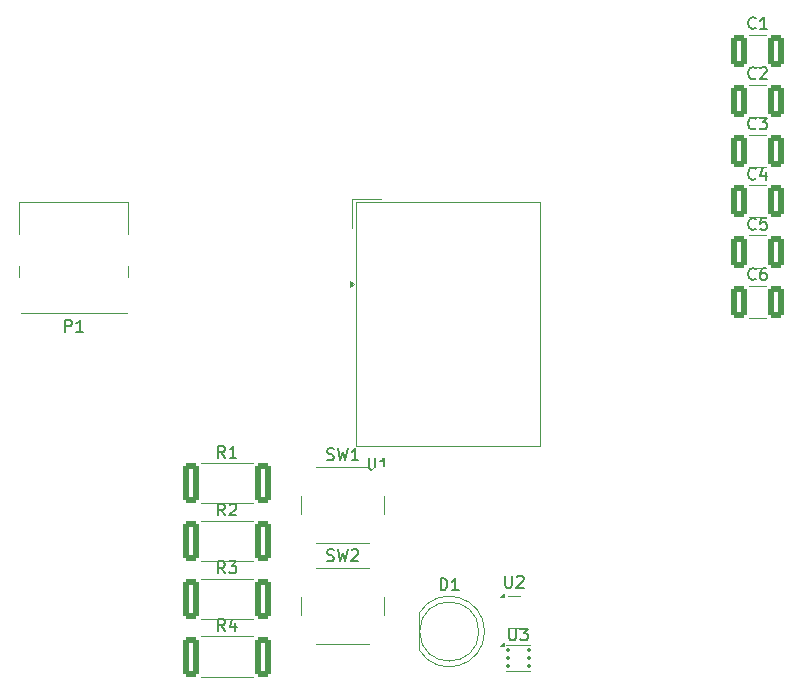
<source format=gbr>
%TF.GenerationSoftware,KiCad,Pcbnew,8.0.5*%
%TF.CreationDate,2024-12-06T12:41:15-05:00*%
%TF.ProjectId,user_interface,75736572-5f69-46e7-9465-72666163652e,rev?*%
%TF.SameCoordinates,Original*%
%TF.FileFunction,Legend,Top*%
%TF.FilePolarity,Positive*%
%FSLAX46Y46*%
G04 Gerber Fmt 4.6, Leading zero omitted, Abs format (unit mm)*
G04 Created by KiCad (PCBNEW 8.0.5) date 2024-12-06 12:41:15*
%MOMM*%
%LPD*%
G01*
G04 APERTURE LIST*
G04 Aperture macros list*
%AMRoundRect*
0 Rectangle with rounded corners*
0 $1 Rounding radius*
0 $2 $3 $4 $5 $6 $7 $8 $9 X,Y pos of 4 corners*
0 Add a 4 corners polygon primitive as box body*
4,1,4,$2,$3,$4,$5,$6,$7,$8,$9,$2,$3,0*
0 Add four circle primitives for the rounded corners*
1,1,$1+$1,$2,$3*
1,1,$1+$1,$4,$5*
1,1,$1+$1,$6,$7*
1,1,$1+$1,$8,$9*
0 Add four rect primitives between the rounded corners*
20,1,$1+$1,$2,$3,$4,$5,0*
20,1,$1+$1,$4,$5,$6,$7,0*
20,1,$1+$1,$6,$7,$8,$9,0*
20,1,$1+$1,$8,$9,$2,$3,0*%
%AMOutline5P*
0 Free polygon, 5 corners , with rotation*
0 The origin of the aperture is its center*
0 number of corners: always 5*
0 $1 to $10 corner X, Y*
0 $11 Rotation angle, in degrees counterclockwise*
0 create outline with 5 corners*
4,1,5,$1,$2,$3,$4,$5,$6,$7,$8,$9,$10,$1,$2,$11*%
%AMOutline6P*
0 Free polygon, 6 corners , with rotation*
0 The origin of the aperture is its center*
0 number of corners: always 6*
0 $1 to $12 corner X, Y*
0 $13 Rotation angle, in degrees counterclockwise*
0 create outline with 6 corners*
4,1,6,$1,$2,$3,$4,$5,$6,$7,$8,$9,$10,$11,$12,$1,$2,$13*%
%AMOutline7P*
0 Free polygon, 7 corners , with rotation*
0 The origin of the aperture is its center*
0 number of corners: always 7*
0 $1 to $14 corner X, Y*
0 $15 Rotation angle, in degrees counterclockwise*
0 create outline with 7 corners*
4,1,7,$1,$2,$3,$4,$5,$6,$7,$8,$9,$10,$11,$12,$13,$14,$1,$2,$15*%
%AMOutline8P*
0 Free polygon, 8 corners , with rotation*
0 The origin of the aperture is its center*
0 number of corners: always 8*
0 $1 to $16 corner X, Y*
0 $17 Rotation angle, in degrees counterclockwise*
0 create outline with 8 corners*
4,1,8,$1,$2,$3,$4,$5,$6,$7,$8,$9,$10,$11,$12,$13,$14,$15,$16,$1,$2,$17*%
G04 Aperture macros list end*
%ADD10C,0.150000*%
%ADD11C,0.120000*%
%ADD12RoundRect,0.093750X-0.093750X-0.106250X0.093750X-0.106250X0.093750X0.106250X-0.093750X0.106250X0*%
%ADD13R,1.000000X1.600000*%
%ADD14R,0.625000X0.250000*%
%ADD15R,0.700000X0.450000*%
%ADD16R,0.575000X0.450000*%
%ADD17R,0.800000X0.400000*%
%ADD18R,0.400000X0.800000*%
%ADD19Outline5P,-0.600000X0.204000X-0.204000X0.600000X0.600000X0.600000X0.600000X-0.600000X-0.600000X-0.600000X0.000000*%
%ADD20R,1.200000X1.200000*%
%ADD21R,0.800000X0.800000*%
%ADD22C,2.000000*%
%ADD23RoundRect,0.249999X-0.450001X-1.425001X0.450001X-1.425001X0.450001X1.425001X-0.450001X1.425001X0*%
%ADD24C,0.700000*%
%ADD25O,0.900000X2.400000*%
%ADD26O,0.900000X1.700000*%
%ADD27R,1.800000X1.800000*%
%ADD28C,1.800000*%
%ADD29RoundRect,0.250000X-0.412500X-1.100000X0.412500X-1.100000X0.412500X1.100000X-0.412500X1.100000X0*%
G04 APERTURE END LIST*
D10*
X150843095Y-91529819D02*
X150843095Y-92339342D01*
X150843095Y-92339342D02*
X150890714Y-92434580D01*
X150890714Y-92434580D02*
X150938333Y-92482200D01*
X150938333Y-92482200D02*
X151033571Y-92529819D01*
X151033571Y-92529819D02*
X151224047Y-92529819D01*
X151224047Y-92529819D02*
X151319285Y-92482200D01*
X151319285Y-92482200D02*
X151366904Y-92434580D01*
X151366904Y-92434580D02*
X151414523Y-92339342D01*
X151414523Y-92339342D02*
X151414523Y-91529819D01*
X151795476Y-91529819D02*
X152414523Y-91529819D01*
X152414523Y-91529819D02*
X152081190Y-91910771D01*
X152081190Y-91910771D02*
X152224047Y-91910771D01*
X152224047Y-91910771D02*
X152319285Y-91958390D01*
X152319285Y-91958390D02*
X152366904Y-92006009D01*
X152366904Y-92006009D02*
X152414523Y-92101247D01*
X152414523Y-92101247D02*
X152414523Y-92339342D01*
X152414523Y-92339342D02*
X152366904Y-92434580D01*
X152366904Y-92434580D02*
X152319285Y-92482200D01*
X152319285Y-92482200D02*
X152224047Y-92529819D01*
X152224047Y-92529819D02*
X151938333Y-92529819D01*
X151938333Y-92529819D02*
X151843095Y-92482200D01*
X151843095Y-92482200D02*
X151795476Y-92434580D01*
X150493095Y-87069819D02*
X150493095Y-87879342D01*
X150493095Y-87879342D02*
X150540714Y-87974580D01*
X150540714Y-87974580D02*
X150588333Y-88022200D01*
X150588333Y-88022200D02*
X150683571Y-88069819D01*
X150683571Y-88069819D02*
X150874047Y-88069819D01*
X150874047Y-88069819D02*
X150969285Y-88022200D01*
X150969285Y-88022200D02*
X151016904Y-87974580D01*
X151016904Y-87974580D02*
X151064523Y-87879342D01*
X151064523Y-87879342D02*
X151064523Y-87069819D01*
X151493095Y-87165057D02*
X151540714Y-87117438D01*
X151540714Y-87117438D02*
X151635952Y-87069819D01*
X151635952Y-87069819D02*
X151874047Y-87069819D01*
X151874047Y-87069819D02*
X151969285Y-87117438D01*
X151969285Y-87117438D02*
X152016904Y-87165057D01*
X152016904Y-87165057D02*
X152064523Y-87260295D01*
X152064523Y-87260295D02*
X152064523Y-87355533D01*
X152064523Y-87355533D02*
X152016904Y-87498390D01*
X152016904Y-87498390D02*
X151445476Y-88069819D01*
X151445476Y-88069819D02*
X152064523Y-88069819D01*
X138938095Y-77064819D02*
X138938095Y-77874342D01*
X138938095Y-77874342D02*
X138985714Y-77969580D01*
X138985714Y-77969580D02*
X139033333Y-78017200D01*
X139033333Y-78017200D02*
X139128571Y-78064819D01*
X139128571Y-78064819D02*
X139319047Y-78064819D01*
X139319047Y-78064819D02*
X139414285Y-78017200D01*
X139414285Y-78017200D02*
X139461904Y-77969580D01*
X139461904Y-77969580D02*
X139509523Y-77874342D01*
X139509523Y-77874342D02*
X139509523Y-77064819D01*
X140509523Y-78064819D02*
X139938095Y-78064819D01*
X140223809Y-78064819D02*
X140223809Y-77064819D01*
X140223809Y-77064819D02*
X140128571Y-77207676D01*
X140128571Y-77207676D02*
X140033333Y-77302914D01*
X140033333Y-77302914D02*
X139938095Y-77350533D01*
X135416667Y-85767200D02*
X135559524Y-85814819D01*
X135559524Y-85814819D02*
X135797619Y-85814819D01*
X135797619Y-85814819D02*
X135892857Y-85767200D01*
X135892857Y-85767200D02*
X135940476Y-85719580D01*
X135940476Y-85719580D02*
X135988095Y-85624342D01*
X135988095Y-85624342D02*
X135988095Y-85529104D01*
X135988095Y-85529104D02*
X135940476Y-85433866D01*
X135940476Y-85433866D02*
X135892857Y-85386247D01*
X135892857Y-85386247D02*
X135797619Y-85338628D01*
X135797619Y-85338628D02*
X135607143Y-85291009D01*
X135607143Y-85291009D02*
X135511905Y-85243390D01*
X135511905Y-85243390D02*
X135464286Y-85195771D01*
X135464286Y-85195771D02*
X135416667Y-85100533D01*
X135416667Y-85100533D02*
X135416667Y-85005295D01*
X135416667Y-85005295D02*
X135464286Y-84910057D01*
X135464286Y-84910057D02*
X135511905Y-84862438D01*
X135511905Y-84862438D02*
X135607143Y-84814819D01*
X135607143Y-84814819D02*
X135845238Y-84814819D01*
X135845238Y-84814819D02*
X135988095Y-84862438D01*
X136321429Y-84814819D02*
X136559524Y-85814819D01*
X136559524Y-85814819D02*
X136750000Y-85100533D01*
X136750000Y-85100533D02*
X136940476Y-85814819D01*
X136940476Y-85814819D02*
X137178572Y-84814819D01*
X137511905Y-84910057D02*
X137559524Y-84862438D01*
X137559524Y-84862438D02*
X137654762Y-84814819D01*
X137654762Y-84814819D02*
X137892857Y-84814819D01*
X137892857Y-84814819D02*
X137988095Y-84862438D01*
X137988095Y-84862438D02*
X138035714Y-84910057D01*
X138035714Y-84910057D02*
X138083333Y-85005295D01*
X138083333Y-85005295D02*
X138083333Y-85100533D01*
X138083333Y-85100533D02*
X138035714Y-85243390D01*
X138035714Y-85243390D02*
X137464286Y-85814819D01*
X137464286Y-85814819D02*
X138083333Y-85814819D01*
X135416667Y-77217200D02*
X135559524Y-77264819D01*
X135559524Y-77264819D02*
X135797619Y-77264819D01*
X135797619Y-77264819D02*
X135892857Y-77217200D01*
X135892857Y-77217200D02*
X135940476Y-77169580D01*
X135940476Y-77169580D02*
X135988095Y-77074342D01*
X135988095Y-77074342D02*
X135988095Y-76979104D01*
X135988095Y-76979104D02*
X135940476Y-76883866D01*
X135940476Y-76883866D02*
X135892857Y-76836247D01*
X135892857Y-76836247D02*
X135797619Y-76788628D01*
X135797619Y-76788628D02*
X135607143Y-76741009D01*
X135607143Y-76741009D02*
X135511905Y-76693390D01*
X135511905Y-76693390D02*
X135464286Y-76645771D01*
X135464286Y-76645771D02*
X135416667Y-76550533D01*
X135416667Y-76550533D02*
X135416667Y-76455295D01*
X135416667Y-76455295D02*
X135464286Y-76360057D01*
X135464286Y-76360057D02*
X135511905Y-76312438D01*
X135511905Y-76312438D02*
X135607143Y-76264819D01*
X135607143Y-76264819D02*
X135845238Y-76264819D01*
X135845238Y-76264819D02*
X135988095Y-76312438D01*
X136321429Y-76264819D02*
X136559524Y-77264819D01*
X136559524Y-77264819D02*
X136750000Y-76550533D01*
X136750000Y-76550533D02*
X136940476Y-77264819D01*
X136940476Y-77264819D02*
X137178572Y-76264819D01*
X138083333Y-77264819D02*
X137511905Y-77264819D01*
X137797619Y-77264819D02*
X137797619Y-76264819D01*
X137797619Y-76264819D02*
X137702381Y-76407676D01*
X137702381Y-76407676D02*
X137607143Y-76502914D01*
X137607143Y-76502914D02*
X137511905Y-76550533D01*
X126783333Y-91734819D02*
X126450000Y-91258628D01*
X126211905Y-91734819D02*
X126211905Y-90734819D01*
X126211905Y-90734819D02*
X126592857Y-90734819D01*
X126592857Y-90734819D02*
X126688095Y-90782438D01*
X126688095Y-90782438D02*
X126735714Y-90830057D01*
X126735714Y-90830057D02*
X126783333Y-90925295D01*
X126783333Y-90925295D02*
X126783333Y-91068152D01*
X126783333Y-91068152D02*
X126735714Y-91163390D01*
X126735714Y-91163390D02*
X126688095Y-91211009D01*
X126688095Y-91211009D02*
X126592857Y-91258628D01*
X126592857Y-91258628D02*
X126211905Y-91258628D01*
X127640476Y-91068152D02*
X127640476Y-91734819D01*
X127402381Y-90687200D02*
X127164286Y-91401485D01*
X127164286Y-91401485D02*
X127783333Y-91401485D01*
X126783333Y-86844819D02*
X126450000Y-86368628D01*
X126211905Y-86844819D02*
X126211905Y-85844819D01*
X126211905Y-85844819D02*
X126592857Y-85844819D01*
X126592857Y-85844819D02*
X126688095Y-85892438D01*
X126688095Y-85892438D02*
X126735714Y-85940057D01*
X126735714Y-85940057D02*
X126783333Y-86035295D01*
X126783333Y-86035295D02*
X126783333Y-86178152D01*
X126783333Y-86178152D02*
X126735714Y-86273390D01*
X126735714Y-86273390D02*
X126688095Y-86321009D01*
X126688095Y-86321009D02*
X126592857Y-86368628D01*
X126592857Y-86368628D02*
X126211905Y-86368628D01*
X127116667Y-85844819D02*
X127735714Y-85844819D01*
X127735714Y-85844819D02*
X127402381Y-86225771D01*
X127402381Y-86225771D02*
X127545238Y-86225771D01*
X127545238Y-86225771D02*
X127640476Y-86273390D01*
X127640476Y-86273390D02*
X127688095Y-86321009D01*
X127688095Y-86321009D02*
X127735714Y-86416247D01*
X127735714Y-86416247D02*
X127735714Y-86654342D01*
X127735714Y-86654342D02*
X127688095Y-86749580D01*
X127688095Y-86749580D02*
X127640476Y-86797200D01*
X127640476Y-86797200D02*
X127545238Y-86844819D01*
X127545238Y-86844819D02*
X127259524Y-86844819D01*
X127259524Y-86844819D02*
X127164286Y-86797200D01*
X127164286Y-86797200D02*
X127116667Y-86749580D01*
X126783333Y-81954819D02*
X126450000Y-81478628D01*
X126211905Y-81954819D02*
X126211905Y-80954819D01*
X126211905Y-80954819D02*
X126592857Y-80954819D01*
X126592857Y-80954819D02*
X126688095Y-81002438D01*
X126688095Y-81002438D02*
X126735714Y-81050057D01*
X126735714Y-81050057D02*
X126783333Y-81145295D01*
X126783333Y-81145295D02*
X126783333Y-81288152D01*
X126783333Y-81288152D02*
X126735714Y-81383390D01*
X126735714Y-81383390D02*
X126688095Y-81431009D01*
X126688095Y-81431009D02*
X126592857Y-81478628D01*
X126592857Y-81478628D02*
X126211905Y-81478628D01*
X127164286Y-81050057D02*
X127211905Y-81002438D01*
X127211905Y-81002438D02*
X127307143Y-80954819D01*
X127307143Y-80954819D02*
X127545238Y-80954819D01*
X127545238Y-80954819D02*
X127640476Y-81002438D01*
X127640476Y-81002438D02*
X127688095Y-81050057D01*
X127688095Y-81050057D02*
X127735714Y-81145295D01*
X127735714Y-81145295D02*
X127735714Y-81240533D01*
X127735714Y-81240533D02*
X127688095Y-81383390D01*
X127688095Y-81383390D02*
X127116667Y-81954819D01*
X127116667Y-81954819D02*
X127735714Y-81954819D01*
X126783333Y-77064819D02*
X126450000Y-76588628D01*
X126211905Y-77064819D02*
X126211905Y-76064819D01*
X126211905Y-76064819D02*
X126592857Y-76064819D01*
X126592857Y-76064819D02*
X126688095Y-76112438D01*
X126688095Y-76112438D02*
X126735714Y-76160057D01*
X126735714Y-76160057D02*
X126783333Y-76255295D01*
X126783333Y-76255295D02*
X126783333Y-76398152D01*
X126783333Y-76398152D02*
X126735714Y-76493390D01*
X126735714Y-76493390D02*
X126688095Y-76541009D01*
X126688095Y-76541009D02*
X126592857Y-76588628D01*
X126592857Y-76588628D02*
X126211905Y-76588628D01*
X127735714Y-77064819D02*
X127164286Y-77064819D01*
X127450000Y-77064819D02*
X127450000Y-76064819D01*
X127450000Y-76064819D02*
X127354762Y-76207676D01*
X127354762Y-76207676D02*
X127259524Y-76302914D01*
X127259524Y-76302914D02*
X127164286Y-76350533D01*
X113236905Y-66414819D02*
X113236905Y-65414819D01*
X113236905Y-65414819D02*
X113617857Y-65414819D01*
X113617857Y-65414819D02*
X113713095Y-65462438D01*
X113713095Y-65462438D02*
X113760714Y-65510057D01*
X113760714Y-65510057D02*
X113808333Y-65605295D01*
X113808333Y-65605295D02*
X113808333Y-65748152D01*
X113808333Y-65748152D02*
X113760714Y-65843390D01*
X113760714Y-65843390D02*
X113713095Y-65891009D01*
X113713095Y-65891009D02*
X113617857Y-65938628D01*
X113617857Y-65938628D02*
X113236905Y-65938628D01*
X114760714Y-66414819D02*
X114189286Y-66414819D01*
X114475000Y-66414819D02*
X114475000Y-65414819D01*
X114475000Y-65414819D02*
X114379762Y-65557676D01*
X114379762Y-65557676D02*
X114284524Y-65652914D01*
X114284524Y-65652914D02*
X114189286Y-65700533D01*
X145031905Y-88274819D02*
X145031905Y-87274819D01*
X145031905Y-87274819D02*
X145270000Y-87274819D01*
X145270000Y-87274819D02*
X145412857Y-87322438D01*
X145412857Y-87322438D02*
X145508095Y-87417676D01*
X145508095Y-87417676D02*
X145555714Y-87512914D01*
X145555714Y-87512914D02*
X145603333Y-87703390D01*
X145603333Y-87703390D02*
X145603333Y-87846247D01*
X145603333Y-87846247D02*
X145555714Y-88036723D01*
X145555714Y-88036723D02*
X145508095Y-88131961D01*
X145508095Y-88131961D02*
X145412857Y-88227200D01*
X145412857Y-88227200D02*
X145270000Y-88274819D01*
X145270000Y-88274819D02*
X145031905Y-88274819D01*
X146555714Y-88274819D02*
X145984286Y-88274819D01*
X146270000Y-88274819D02*
X146270000Y-87274819D01*
X146270000Y-87274819D02*
X146174762Y-87417676D01*
X146174762Y-87417676D02*
X146079524Y-87512914D01*
X146079524Y-87512914D02*
X145984286Y-87560533D01*
X171713333Y-61919580D02*
X171665714Y-61967200D01*
X171665714Y-61967200D02*
X171522857Y-62014819D01*
X171522857Y-62014819D02*
X171427619Y-62014819D01*
X171427619Y-62014819D02*
X171284762Y-61967200D01*
X171284762Y-61967200D02*
X171189524Y-61871961D01*
X171189524Y-61871961D02*
X171141905Y-61776723D01*
X171141905Y-61776723D02*
X171094286Y-61586247D01*
X171094286Y-61586247D02*
X171094286Y-61443390D01*
X171094286Y-61443390D02*
X171141905Y-61252914D01*
X171141905Y-61252914D02*
X171189524Y-61157676D01*
X171189524Y-61157676D02*
X171284762Y-61062438D01*
X171284762Y-61062438D02*
X171427619Y-61014819D01*
X171427619Y-61014819D02*
X171522857Y-61014819D01*
X171522857Y-61014819D02*
X171665714Y-61062438D01*
X171665714Y-61062438D02*
X171713333Y-61110057D01*
X172570476Y-61014819D02*
X172380000Y-61014819D01*
X172380000Y-61014819D02*
X172284762Y-61062438D01*
X172284762Y-61062438D02*
X172237143Y-61110057D01*
X172237143Y-61110057D02*
X172141905Y-61252914D01*
X172141905Y-61252914D02*
X172094286Y-61443390D01*
X172094286Y-61443390D02*
X172094286Y-61824342D01*
X172094286Y-61824342D02*
X172141905Y-61919580D01*
X172141905Y-61919580D02*
X172189524Y-61967200D01*
X172189524Y-61967200D02*
X172284762Y-62014819D01*
X172284762Y-62014819D02*
X172475238Y-62014819D01*
X172475238Y-62014819D02*
X172570476Y-61967200D01*
X172570476Y-61967200D02*
X172618095Y-61919580D01*
X172618095Y-61919580D02*
X172665714Y-61824342D01*
X172665714Y-61824342D02*
X172665714Y-61586247D01*
X172665714Y-61586247D02*
X172618095Y-61491009D01*
X172618095Y-61491009D02*
X172570476Y-61443390D01*
X172570476Y-61443390D02*
X172475238Y-61395771D01*
X172475238Y-61395771D02*
X172284762Y-61395771D01*
X172284762Y-61395771D02*
X172189524Y-61443390D01*
X172189524Y-61443390D02*
X172141905Y-61491009D01*
X172141905Y-61491009D02*
X172094286Y-61586247D01*
X171713333Y-57669580D02*
X171665714Y-57717200D01*
X171665714Y-57717200D02*
X171522857Y-57764819D01*
X171522857Y-57764819D02*
X171427619Y-57764819D01*
X171427619Y-57764819D02*
X171284762Y-57717200D01*
X171284762Y-57717200D02*
X171189524Y-57621961D01*
X171189524Y-57621961D02*
X171141905Y-57526723D01*
X171141905Y-57526723D02*
X171094286Y-57336247D01*
X171094286Y-57336247D02*
X171094286Y-57193390D01*
X171094286Y-57193390D02*
X171141905Y-57002914D01*
X171141905Y-57002914D02*
X171189524Y-56907676D01*
X171189524Y-56907676D02*
X171284762Y-56812438D01*
X171284762Y-56812438D02*
X171427619Y-56764819D01*
X171427619Y-56764819D02*
X171522857Y-56764819D01*
X171522857Y-56764819D02*
X171665714Y-56812438D01*
X171665714Y-56812438D02*
X171713333Y-56860057D01*
X172618095Y-56764819D02*
X172141905Y-56764819D01*
X172141905Y-56764819D02*
X172094286Y-57241009D01*
X172094286Y-57241009D02*
X172141905Y-57193390D01*
X172141905Y-57193390D02*
X172237143Y-57145771D01*
X172237143Y-57145771D02*
X172475238Y-57145771D01*
X172475238Y-57145771D02*
X172570476Y-57193390D01*
X172570476Y-57193390D02*
X172618095Y-57241009D01*
X172618095Y-57241009D02*
X172665714Y-57336247D01*
X172665714Y-57336247D02*
X172665714Y-57574342D01*
X172665714Y-57574342D02*
X172618095Y-57669580D01*
X172618095Y-57669580D02*
X172570476Y-57717200D01*
X172570476Y-57717200D02*
X172475238Y-57764819D01*
X172475238Y-57764819D02*
X172237143Y-57764819D01*
X172237143Y-57764819D02*
X172141905Y-57717200D01*
X172141905Y-57717200D02*
X172094286Y-57669580D01*
X171713333Y-53419580D02*
X171665714Y-53467200D01*
X171665714Y-53467200D02*
X171522857Y-53514819D01*
X171522857Y-53514819D02*
X171427619Y-53514819D01*
X171427619Y-53514819D02*
X171284762Y-53467200D01*
X171284762Y-53467200D02*
X171189524Y-53371961D01*
X171189524Y-53371961D02*
X171141905Y-53276723D01*
X171141905Y-53276723D02*
X171094286Y-53086247D01*
X171094286Y-53086247D02*
X171094286Y-52943390D01*
X171094286Y-52943390D02*
X171141905Y-52752914D01*
X171141905Y-52752914D02*
X171189524Y-52657676D01*
X171189524Y-52657676D02*
X171284762Y-52562438D01*
X171284762Y-52562438D02*
X171427619Y-52514819D01*
X171427619Y-52514819D02*
X171522857Y-52514819D01*
X171522857Y-52514819D02*
X171665714Y-52562438D01*
X171665714Y-52562438D02*
X171713333Y-52610057D01*
X172570476Y-52848152D02*
X172570476Y-53514819D01*
X172332381Y-52467200D02*
X172094286Y-53181485D01*
X172094286Y-53181485D02*
X172713333Y-53181485D01*
X171713333Y-49169580D02*
X171665714Y-49217200D01*
X171665714Y-49217200D02*
X171522857Y-49264819D01*
X171522857Y-49264819D02*
X171427619Y-49264819D01*
X171427619Y-49264819D02*
X171284762Y-49217200D01*
X171284762Y-49217200D02*
X171189524Y-49121961D01*
X171189524Y-49121961D02*
X171141905Y-49026723D01*
X171141905Y-49026723D02*
X171094286Y-48836247D01*
X171094286Y-48836247D02*
X171094286Y-48693390D01*
X171094286Y-48693390D02*
X171141905Y-48502914D01*
X171141905Y-48502914D02*
X171189524Y-48407676D01*
X171189524Y-48407676D02*
X171284762Y-48312438D01*
X171284762Y-48312438D02*
X171427619Y-48264819D01*
X171427619Y-48264819D02*
X171522857Y-48264819D01*
X171522857Y-48264819D02*
X171665714Y-48312438D01*
X171665714Y-48312438D02*
X171713333Y-48360057D01*
X172046667Y-48264819D02*
X172665714Y-48264819D01*
X172665714Y-48264819D02*
X172332381Y-48645771D01*
X172332381Y-48645771D02*
X172475238Y-48645771D01*
X172475238Y-48645771D02*
X172570476Y-48693390D01*
X172570476Y-48693390D02*
X172618095Y-48741009D01*
X172618095Y-48741009D02*
X172665714Y-48836247D01*
X172665714Y-48836247D02*
X172665714Y-49074342D01*
X172665714Y-49074342D02*
X172618095Y-49169580D01*
X172618095Y-49169580D02*
X172570476Y-49217200D01*
X172570476Y-49217200D02*
X172475238Y-49264819D01*
X172475238Y-49264819D02*
X172189524Y-49264819D01*
X172189524Y-49264819D02*
X172094286Y-49217200D01*
X172094286Y-49217200D02*
X172046667Y-49169580D01*
X171713333Y-44919580D02*
X171665714Y-44967200D01*
X171665714Y-44967200D02*
X171522857Y-45014819D01*
X171522857Y-45014819D02*
X171427619Y-45014819D01*
X171427619Y-45014819D02*
X171284762Y-44967200D01*
X171284762Y-44967200D02*
X171189524Y-44871961D01*
X171189524Y-44871961D02*
X171141905Y-44776723D01*
X171141905Y-44776723D02*
X171094286Y-44586247D01*
X171094286Y-44586247D02*
X171094286Y-44443390D01*
X171094286Y-44443390D02*
X171141905Y-44252914D01*
X171141905Y-44252914D02*
X171189524Y-44157676D01*
X171189524Y-44157676D02*
X171284762Y-44062438D01*
X171284762Y-44062438D02*
X171427619Y-44014819D01*
X171427619Y-44014819D02*
X171522857Y-44014819D01*
X171522857Y-44014819D02*
X171665714Y-44062438D01*
X171665714Y-44062438D02*
X171713333Y-44110057D01*
X172094286Y-44110057D02*
X172141905Y-44062438D01*
X172141905Y-44062438D02*
X172237143Y-44014819D01*
X172237143Y-44014819D02*
X172475238Y-44014819D01*
X172475238Y-44014819D02*
X172570476Y-44062438D01*
X172570476Y-44062438D02*
X172618095Y-44110057D01*
X172618095Y-44110057D02*
X172665714Y-44205295D01*
X172665714Y-44205295D02*
X172665714Y-44300533D01*
X172665714Y-44300533D02*
X172618095Y-44443390D01*
X172618095Y-44443390D02*
X172046667Y-45014819D01*
X172046667Y-45014819D02*
X172665714Y-45014819D01*
X171713333Y-40669580D02*
X171665714Y-40717200D01*
X171665714Y-40717200D02*
X171522857Y-40764819D01*
X171522857Y-40764819D02*
X171427619Y-40764819D01*
X171427619Y-40764819D02*
X171284762Y-40717200D01*
X171284762Y-40717200D02*
X171189524Y-40621961D01*
X171189524Y-40621961D02*
X171141905Y-40526723D01*
X171141905Y-40526723D02*
X171094286Y-40336247D01*
X171094286Y-40336247D02*
X171094286Y-40193390D01*
X171094286Y-40193390D02*
X171141905Y-40002914D01*
X171141905Y-40002914D02*
X171189524Y-39907676D01*
X171189524Y-39907676D02*
X171284762Y-39812438D01*
X171284762Y-39812438D02*
X171427619Y-39764819D01*
X171427619Y-39764819D02*
X171522857Y-39764819D01*
X171522857Y-39764819D02*
X171665714Y-39812438D01*
X171665714Y-39812438D02*
X171713333Y-39860057D01*
X172665714Y-40764819D02*
X172094286Y-40764819D01*
X172380000Y-40764819D02*
X172380000Y-39764819D01*
X172380000Y-39764819D02*
X172284762Y-39907676D01*
X172284762Y-39907676D02*
X172189524Y-40002914D01*
X172189524Y-40002914D02*
X172094286Y-40050533D01*
D11*
%TO.C,U3*%
X150605000Y-92915000D02*
X152605000Y-92915000D01*
X150605000Y-95135000D02*
X152605000Y-95135000D01*
X150365000Y-93015000D02*
X150085000Y-93015000D01*
X150365000Y-92735000D01*
X150365000Y-93015000D01*
G36*
X150365000Y-93015000D02*
G01*
X150085000Y-93015000D01*
X150365000Y-92735000D01*
X150365000Y-93015000D01*
G37*
%TO.C,U2*%
X151755000Y-88795000D02*
X150755000Y-88795000D01*
X151755000Y-91515000D02*
X150755000Y-91515000D01*
X150365000Y-88845000D02*
X150085000Y-88845000D01*
X150365000Y-88565000D01*
X150365000Y-88845000D01*
G36*
X150365000Y-88845000D02*
G01*
X150085000Y-88845000D01*
X150365000Y-88565000D01*
X150365000Y-88845000D01*
G37*
%TO.C,U1*%
X137575000Y-55160000D02*
X137575000Y-57610000D01*
X137575000Y-55160000D02*
X140025000Y-55160000D01*
X137850000Y-55410000D02*
X153450000Y-55410000D01*
X137850000Y-76110000D02*
X137850000Y-55410000D01*
X153450000Y-55410000D02*
X153450000Y-76110000D01*
X153450000Y-76110000D02*
X137850000Y-76110000D01*
X137675000Y-62360000D02*
X137339000Y-62600000D01*
X137339000Y-62120000D01*
X137675000Y-62360000D01*
G36*
X137675000Y-62360000D02*
G01*
X137339000Y-62600000D01*
X137339000Y-62120000D01*
X137675000Y-62360000D01*
G37*
%TO.C,SW2*%
X133250000Y-88860000D02*
X133250000Y-90360000D01*
X134500000Y-92860000D02*
X139000000Y-92860000D01*
X139000000Y-86360000D02*
X134500000Y-86360000D01*
X140250000Y-90360000D02*
X140250000Y-88860000D01*
%TO.C,SW1*%
X133250000Y-80310000D02*
X133250000Y-81810000D01*
X134500000Y-84310000D02*
X139000000Y-84310000D01*
X139000000Y-77810000D02*
X134500000Y-77810000D01*
X140250000Y-81810000D02*
X140250000Y-80310000D01*
%TO.C,R4*%
X124772936Y-92190000D02*
X129127064Y-92190000D01*
X124772936Y-95610000D02*
X129127064Y-95610000D01*
%TO.C,R3*%
X124772936Y-87300000D02*
X129127064Y-87300000D01*
X124772936Y-90720000D02*
X129127064Y-90720000D01*
%TO.C,R2*%
X124772936Y-82410000D02*
X129127064Y-82410000D01*
X124772936Y-85830000D02*
X129127064Y-85830000D01*
%TO.C,R1*%
X124772936Y-77520000D02*
X129127064Y-77520000D01*
X124772936Y-80940000D02*
X129127064Y-80940000D01*
%TO.C,P1*%
X118570000Y-61760000D02*
X118570000Y-60860000D01*
X118570000Y-58160000D02*
X118570000Y-55430000D01*
X118570000Y-55430000D02*
X109380000Y-55430000D01*
X118450000Y-64840000D02*
X109500000Y-64840000D01*
X109380000Y-61760000D02*
X109380000Y-60860000D01*
X109380000Y-58160000D02*
X109380000Y-55430000D01*
%TO.C,D1*%
X143210000Y-90235000D02*
X143210000Y-93325000D01*
X143210000Y-90235170D02*
G75*
G02*
X148760000Y-91780462I2560000J-1544830D01*
G01*
X148760000Y-91779538D02*
G75*
G02*
X143210000Y-93324830I-2990000J-462D01*
G01*
X148270000Y-91780000D02*
G75*
G02*
X143270000Y-91780000I-2500000J0D01*
G01*
X143270000Y-91780000D02*
G75*
G02*
X148270000Y-91780000I2500000J0D01*
G01*
%TO.C,C6*%
X171168748Y-62500000D02*
X172591252Y-62500000D01*
X171168748Y-65220000D02*
X172591252Y-65220000D01*
%TO.C,C5*%
X171168748Y-58250000D02*
X172591252Y-58250000D01*
X171168748Y-60970000D02*
X172591252Y-60970000D01*
%TO.C,C4*%
X171168748Y-54000000D02*
X172591252Y-54000000D01*
X171168748Y-56720000D02*
X172591252Y-56720000D01*
%TO.C,C3*%
X171168748Y-49750000D02*
X172591252Y-49750000D01*
X171168748Y-52470000D02*
X172591252Y-52470000D01*
%TO.C,C2*%
X171168748Y-45500000D02*
X172591252Y-45500000D01*
X171168748Y-48220000D02*
X172591252Y-48220000D01*
%TO.C,C1*%
X171168748Y-41250000D02*
X172591252Y-41250000D01*
X171168748Y-43970000D02*
X172591252Y-43970000D01*
%TD*%
%LPC*%
D12*
%TO.C,U3*%
X150717500Y-93375000D03*
X150717500Y-94025000D03*
X150717500Y-94675000D03*
X152492500Y-94675000D03*
X152492500Y-94025000D03*
X152492500Y-93375000D03*
D13*
X151605000Y-94025000D03*
%TD*%
D14*
%TO.C,U2*%
X150867500Y-89155000D03*
X150867500Y-89655000D03*
D15*
X150905000Y-90155000D03*
D14*
X150867500Y-90655000D03*
X150867500Y-91155000D03*
X151642500Y-91155000D03*
X151642500Y-90655000D03*
D16*
X151667500Y-90155000D03*
D14*
X151642500Y-89655000D03*
X151642500Y-89155000D03*
%TD*%
D17*
%TO.C,U1*%
X138650000Y-62360000D03*
X138650000Y-63210000D03*
X138650000Y-64060000D03*
X138650000Y-64910000D03*
X138650000Y-65760000D03*
X138650000Y-66610000D03*
X138650000Y-67460000D03*
X138650000Y-68310000D03*
X138650000Y-69160000D03*
X138650000Y-70010000D03*
X138650000Y-70860000D03*
X138650000Y-71710000D03*
X138650000Y-72560000D03*
X138650000Y-73410000D03*
X138650000Y-74260000D03*
D18*
X139700000Y-75310000D03*
X140550000Y-75310000D03*
X141400000Y-75310000D03*
X142250000Y-75310000D03*
X143100000Y-75310000D03*
X143950000Y-75310000D03*
X144800000Y-75310000D03*
X145650000Y-75310000D03*
X146500000Y-75310000D03*
X147350000Y-75310000D03*
X148200000Y-75310000D03*
X149050000Y-75310000D03*
X149900000Y-75310000D03*
X150750000Y-75310000D03*
X151600000Y-75310000D03*
D17*
X152650000Y-74260000D03*
X152650000Y-73410000D03*
X152650000Y-72560000D03*
X152650000Y-71710000D03*
X152650000Y-70860000D03*
X152650000Y-70010000D03*
X152650000Y-69160000D03*
X152650000Y-68310000D03*
X152650000Y-67460000D03*
X152650000Y-66610000D03*
X152650000Y-65760000D03*
X152650000Y-64910000D03*
X152650000Y-64060000D03*
X152650000Y-63210000D03*
X152650000Y-62360000D03*
D18*
X151600000Y-61310000D03*
X150750000Y-61310000D03*
X149900000Y-61310000D03*
X149050000Y-61310000D03*
X148200000Y-61310000D03*
X147350000Y-61310000D03*
X146500000Y-61310000D03*
X145650000Y-61310000D03*
X144800000Y-61310000D03*
X143950000Y-61310000D03*
X143100000Y-61310000D03*
X142250000Y-61310000D03*
X141400000Y-61310000D03*
X140550000Y-61310000D03*
X139700000Y-61310000D03*
D19*
X144000000Y-66660000D03*
D20*
X144000000Y-68310000D03*
X144000000Y-69960000D03*
X145650000Y-66660000D03*
X145650000Y-68310000D03*
X145650000Y-69960000D03*
X147300000Y-66660000D03*
X147300000Y-68310000D03*
X147300000Y-69960000D03*
D21*
X138650000Y-61310000D03*
X138650000Y-75310000D03*
X152650000Y-75310000D03*
X152650000Y-61310000D03*
%TD*%
D22*
%TO.C,SW2*%
X133500000Y-87360000D03*
X140000000Y-87360000D03*
X133500000Y-91860000D03*
X140000000Y-91860000D03*
%TD*%
%TO.C,SW1*%
X133500000Y-78810000D03*
X140000000Y-78810000D03*
X133500000Y-83310000D03*
X140000000Y-83310000D03*
%TD*%
D23*
%TO.C,R4*%
X123900000Y-93900000D03*
X130000000Y-93900000D03*
%TD*%
%TO.C,R3*%
X123900000Y-89010000D03*
X130000000Y-89010000D03*
%TD*%
%TO.C,R2*%
X123900000Y-84120000D03*
X130000000Y-84120000D03*
%TD*%
%TO.C,R1*%
X123900000Y-79230000D03*
X130000000Y-79230000D03*
%TD*%
D24*
%TO.C,P1*%
X116950000Y-64160000D03*
X116100000Y-64160000D03*
X115250000Y-64160000D03*
X114400000Y-64160000D03*
X113550000Y-64160000D03*
X112700000Y-64160000D03*
X111850000Y-64160000D03*
X111000000Y-64160000D03*
X111000000Y-62810000D03*
X111850000Y-62810000D03*
X112700000Y-62810000D03*
X113550000Y-62810000D03*
X114400000Y-62810000D03*
X115250000Y-62810000D03*
X116100000Y-62810000D03*
X116950000Y-62810000D03*
D25*
X118300000Y-63180000D03*
D26*
X118300000Y-59800000D03*
D25*
X109650000Y-63180000D03*
D26*
X109650000Y-59800000D03*
%TD*%
D27*
%TO.C,D1*%
X144500000Y-91780000D03*
D28*
X147040000Y-91780000D03*
%TD*%
D29*
%TO.C,C6*%
X170317500Y-63860000D03*
X173442500Y-63860000D03*
%TD*%
%TO.C,C5*%
X170317500Y-59610000D03*
X173442500Y-59610000D03*
%TD*%
%TO.C,C4*%
X170317500Y-55360000D03*
X173442500Y-55360000D03*
%TD*%
%TO.C,C3*%
X170317500Y-51110000D03*
X173442500Y-51110000D03*
%TD*%
%TO.C,C2*%
X170317500Y-46860000D03*
X173442500Y-46860000D03*
%TD*%
%TO.C,C1*%
X170317500Y-42610000D03*
X173442500Y-42610000D03*
%TD*%
%LPD*%
M02*

</source>
